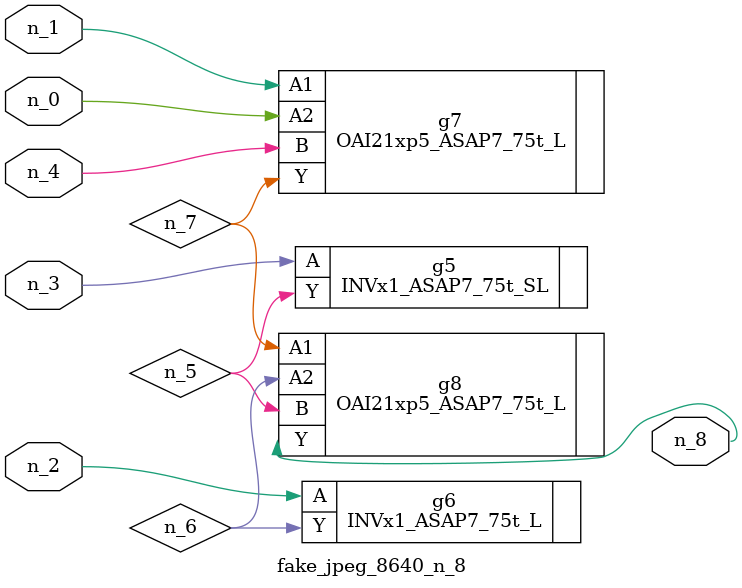
<source format=v>
module fake_jpeg_8640_n_8 (n_3, n_2, n_1, n_0, n_4, n_8);

input n_3;
input n_2;
input n_1;
input n_0;
input n_4;

output n_8;

wire n_6;
wire n_5;
wire n_7;

INVx1_ASAP7_75t_SL g5 ( 
.A(n_3),
.Y(n_5)
);

INVx1_ASAP7_75t_L g6 ( 
.A(n_2),
.Y(n_6)
);

OAI21xp5_ASAP7_75t_L g7 ( 
.A1(n_1),
.A2(n_0),
.B(n_4),
.Y(n_7)
);

OAI21xp5_ASAP7_75t_L g8 ( 
.A1(n_7),
.A2(n_6),
.B(n_5),
.Y(n_8)
);


endmodule
</source>
